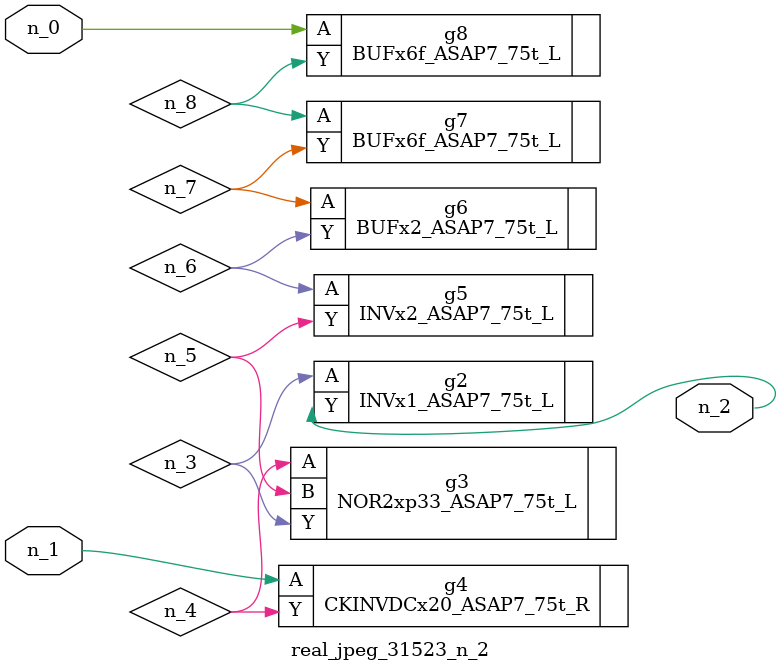
<source format=v>
module real_jpeg_31523_n_2 (n_1, n_0, n_2);

input n_1;
input n_0;

output n_2;

wire n_5;
wire n_4;
wire n_8;
wire n_6;
wire n_7;
wire n_3;

BUFx6f_ASAP7_75t_L g8 ( 
.A(n_0),
.Y(n_8)
);

CKINVDCx20_ASAP7_75t_R g4 ( 
.A(n_1),
.Y(n_4)
);

INVx1_ASAP7_75t_L g2 ( 
.A(n_3),
.Y(n_2)
);

NOR2xp33_ASAP7_75t_L g3 ( 
.A(n_4),
.B(n_5),
.Y(n_3)
);

INVx2_ASAP7_75t_L g5 ( 
.A(n_6),
.Y(n_5)
);

BUFx2_ASAP7_75t_L g6 ( 
.A(n_7),
.Y(n_6)
);

BUFx6f_ASAP7_75t_L g7 ( 
.A(n_8),
.Y(n_7)
);


endmodule
</source>
